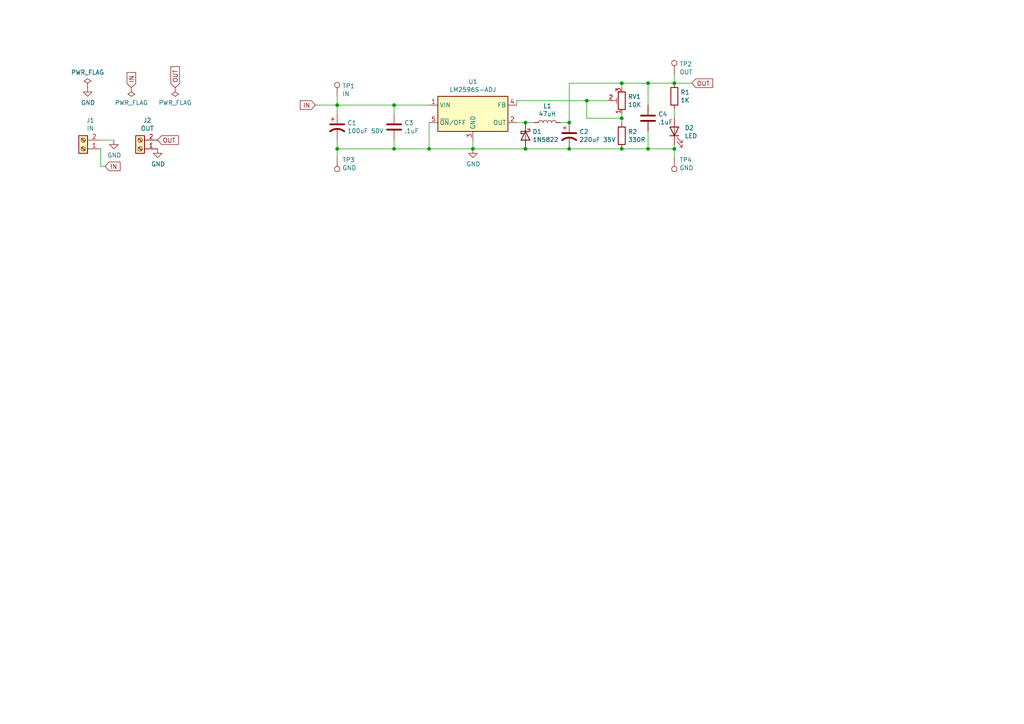
<source format=kicad_sch>
(kicad_sch (version 20211123) (generator eeschema)
  (paper "A4")
  (lib_symbols
    (symbol "Connector:Screw_Terminal_01x02" (pin_names (offset 1.016) hide)
      (property "Reference" "J" (at 0 2.54 0))
      (property "Value" "Screw_Terminal_01x02" (at 0 -5.08 0))
      (symbol "Screw_Terminal_01x02_1_1"
        (rectangle (start -1.27 1.27) (end 1.27 -3.81) (stroke (width 0.254)) (fill (type background)))
        (circle (center 0 -2.54) (radius 0.635) (stroke (width 0.1524)))
        (polyline (pts (xy -0.5334 -2.2098) (xy 0.3302 -3.048)) (stroke (width 0.1524)))
        (polyline (pts (xy -0.5334 0.3302) (xy 0.3302 -0.508)) (stroke (width 0.1524)))
        (polyline (pts (xy -0.3556 -2.032) (xy 0.508 -2.8702)) (stroke (width 0.1524)))
        (polyline (pts (xy -0.3556 0.508) (xy 0.508 -0.3302)) (stroke (width 0.1524)))
        (circle (center 0 0) (radius 0.635) (stroke (width 0.1524)))
        (pin passive line (at -5.08 0 0) (length 3.81) (name "Pin_1") (number "1"))
        (pin passive line (at -5.08 -2.54 0) (length 3.81) (name "Pin_2") (number "2"))
      )
    )
    (symbol "Connector:TestPoint" (pin_numbers hide) (pin_names (offset 0.762) hide)
      (property "Reference" "TP" (at 0 6.858 0))
      (property "Value" "TestPoint" (at 0 5.08 0))
      (symbol "TestPoint_0_1"
        (circle (center 0 3.302) (radius 0.762))
      )
      (symbol "TestPoint_1_1"
        (pin passive line (at 0 0 90) (length 2.54) (name "1") (number "1"))
      )
    )
    (symbol "Device:C" (pin_numbers hide) (pin_names (offset 0.254))
      (property "Reference" "C" (at 0.635 2.54 0))
      (property "Value" "C" (at 0.635 -2.54 0))
      (symbol "C_0_1"
        (polyline (pts (xy -2.032 -0.762) (xy 2.032 -0.762)) (stroke (width 0.508)))
        (polyline (pts (xy -2.032 0.762) (xy 2.032 0.762)) (stroke (width 0.508)))
      )
      (symbol "C_1_1"
        (pin passive line (at 0 3.81 270) (length 2.794) (name "~") (number "1"))
        (pin passive line (at 0 -3.81 90) (length 2.794) (name "~") (number "2"))
      )
    )
    (symbol "Device:CP1" (pin_numbers hide) (pin_names (offset 0.254) hide)
      (property "Reference" "C" (at 0.635 2.54 0))
      (property "Value" "Device_CP1" (at 0.635 -2.54 0))
      (symbol "CP1_0_1"
        (polyline (pts (xy -2.032 0.762) (xy 2.032 0.762)) (stroke (width 0.508)))
        (polyline (pts (xy -1.778 2.286) (xy -0.762 2.286)))
        (polyline (pts (xy -1.27 1.778) (xy -1.27 2.794)))
        (arc (start 2.032 -1.27) (mid 0 -0.5572) (end -2.032 -1.27) (stroke (width 0.508)))
      )
      (symbol "CP1_1_1"
        (pin passive line (at 0 3.81 270) (length 2.794) (name "~") (number "1"))
        (pin passive line (at 0 -3.81 90) (length 3.302) (name "~") (number "2"))
      )
    )
    (symbol "Device:D_Schottky" (pin_numbers hide) (pin_names (offset 1.016) hide)
      (property "Reference" "D" (at 0 2.54 0))
      (property "Value" "D_Schottky" (at 0 -2.54 0))
      (symbol "D_Schottky_0_1"
        (polyline (pts (xy 1.27 0) (xy -1.27 0)))
        (polyline (pts (xy 1.27 1.27) (xy 1.27 -1.27) (xy -1.27 0) (xy 1.27 1.27)) (stroke (width 0.254)))
        (polyline (pts (xy -1.905 0.635) (xy -1.905 1.27) (xy -1.27 1.27) (xy -1.27 -1.27) (xy -0.635 -1.27) (xy -0.635 -0.635)) (stroke (width 0.254)))
      )
      (symbol "D_Schottky_1_1"
        (pin passive line (at -3.81 0 0) (length 2.54) (name "K") (number "1"))
        (pin passive line (at 3.81 0 180) (length 2.54) (name "A") (number "2"))
      )
    )
    (symbol "Device:L" (pin_numbers hide) (pin_names (offset 1.016) hide)
      (property "Reference" "L" (at -1.27 0 90))
      (property "Value" "L" (at 1.905 0 90))
      (symbol "L_0_1"
        (arc (start 0 -2.54) (mid 0.635 -1.905) (end 0 -1.27))
        (arc (start 0 -1.27) (mid 0.635 -0.635) (end 0 0))
        (arc (start 0 0) (mid 0.635 0.635) (end 0 1.27))
        (arc (start 0 1.27) (mid 0.635 1.905) (end 0 2.54))
      )
      (symbol "L_1_1"
        (pin passive line (at 0 3.81 270) (length 1.27) (name "1") (number "1"))
        (pin passive line (at 0 -3.81 90) (length 1.27) (name "2") (number "2"))
      )
    )
    (symbol "Device:LED" (pin_numbers hide) (pin_names (offset 1.016) hide)
      (property "Reference" "D" (at 0 2.54 0))
      (property "Value" "LED" (at 0 -2.54 0))
      (symbol "LED_0_1"
        (polyline (pts (xy -1.27 -1.27) (xy -1.27 1.27)) (stroke (width 0.254)))
        (polyline (pts (xy -1.27 0) (xy 1.27 0)))
        (polyline (pts (xy 1.27 -1.27) (xy 1.27 1.27) (xy -1.27 0) (xy 1.27 -1.27)) (stroke (width 0.254)))
        (polyline (pts (xy -3.048 -0.762) (xy -4.572 -2.286) (xy -3.81 -2.286) (xy -4.572 -2.286) (xy -4.572 -1.524)))
        (polyline (pts (xy -1.778 -0.762) (xy -3.302 -2.286) (xy -2.54 -2.286) (xy -3.302 -2.286) (xy -3.302 -1.524)))
      )
      (symbol "LED_1_1"
        (pin passive line (at -3.81 0 0) (length 2.54) (name "K") (number "1"))
        (pin passive line (at 3.81 0 180) (length 2.54) (name "A") (number "2"))
      )
    )
    (symbol "Device:R" (pin_numbers hide) (pin_names (offset 0))
      (property "Reference" "R" (at 2.032 0 90))
      (property "Value" "R" (at 0 0 90))
      (symbol "R_0_1"
        (rectangle (start -1.016 -2.54) (end 1.016 2.54) (stroke (width 0.254)))
      )
      (symbol "R_1_1"
        (pin passive line (at 0 3.81 270) (length 1.27) (name "~") (number "1"))
        (pin passive line (at 0 -3.81 90) (length 1.27) (name "~") (number "2"))
      )
    )
    (symbol "Device:R_POT_TRIM" (pin_names (offset 1.016) hide)
      (property "Reference" "RV" (at -4.445 0 90))
      (property "Value" "Device_R_POT_TRIM" (at -2.54 0 90))
      (symbol "R_POT_TRIM_0_1"
        (polyline (pts (xy 1.524 0.762) (xy 1.524 -0.762)))
        (polyline (pts (xy 2.54 0) (xy 1.524 0)))
        (rectangle (start 1.016 2.54) (end -1.016 -2.54) (stroke (width 0.254)))
      )
      (symbol "R_POT_TRIM_1_1"
        (pin passive line (at 0 3.81 270) (length 1.27) (name "1") (number "1"))
        (pin passive line (at 3.81 0 180) (length 1.27) (name "2") (number "2"))
        (pin passive line (at 0 -3.81 90) (length 1.27) (name "3") (number "3"))
      )
    )
    (symbol "Regulator_Switching:LM2596S-ADJ"
      (property "Reference" "U" (at -10.16 6.35 0))
      (property "Value" "LM2596S-ADJ" (at 0 6.35 0))
      (symbol "LM2596S-ADJ_0_1"
        (rectangle (start -10.16 5.08) (end 10.16 -5.08) (stroke (width 0.254)) (fill (type background)))
      )
      (symbol "LM2596S-ADJ_1_1"
        (pin power_in line (at -12.7 2.54 0) (length 2.54) (name "VIN") (number "1"))
        (pin output line (at 12.7 -2.54 180) (length 2.54) (name "OUT") (number "2"))
        (pin power_in line (at 0 -7.62 90) (length 2.54) (name "GND") (number "3"))
        (pin input line (at 12.7 2.54 180) (length 2.54) (name "FB") (number "4"))
        (pin input line (at -12.7 -2.54 0) (length 2.54) (name "~{ON}/OFF") (number "5"))
      )
    )
    (symbol "power:GND" (power) (pin_names (offset 0))
      (property "Value" "GND" (at 0 -3.81 0))
      (symbol "GND_0_1"
        (polyline (pts (xy 0 0) (xy 0 -1.27) (xy 1.27 -1.27) (xy 0 -2.54) (xy -1.27 -1.27) (xy 0 -1.27)))
      )
      (symbol "GND_1_1"
        (pin power_in line (at 0 0 270) (length 0) hide (name "GND") (number "1"))
      )
    )
    (symbol "power:PWR_FLAG" (power) (pin_numbers hide) (pin_names (offset 0) hide)
      (property "Value" "PWR_FLAG" (at 0 3.81 0))
      (symbol "PWR_FLAG_0_0"
        (pin power_out line (at 0 0 90) (length 0) (name "pwr") (number "1"))
      )
      (symbol "PWR_FLAG_0_1"
        (polyline (pts (xy 0 0) (xy 0 1.27) (xy -1.016 1.905) (xy 0 2.54) (xy 1.016 1.905) (xy 0 1.27)))
      )
    )
  )
  (junction (at 114.3 30.48))
  (junction (at 187.96 43.18))
  (junction (at 97.79 43.18))
  (junction (at 180.34 24.13))
  (junction (at 137.16 43.18))
  (junction (at 97.79 30.48))
  (junction (at 165.1 35.56))
  (junction (at 124.46 43.18))
  (junction (at 152.4 43.18))
  (junction (at 165.1 43.18))
  (junction (at 170.18 29.21))
  (junction (at 180.34 43.18))
  (junction (at 195.58 24.13))
  (junction (at 187.96 24.13))
  (junction (at 195.58 43.18))
  (junction (at 152.4 35.56))
  (junction (at 114.3 43.18))
  (junction (at 180.34 34.29))
  (wire (pts (xy 165.1 24.13) (xy 165.1 35.56)))
  (wire (pts (xy 180.34 34.29) (xy 180.34 33.02)))
  (wire (pts (xy 170.18 34.29) (xy 180.34 34.29)))
  (wire (pts (xy 180.34 35.56) (xy 180.34 34.29)))
  (wire (pts (xy 170.18 29.21) (xy 176.53 29.21)))
  (wire (pts (xy 97.79 30.48) (xy 91.44 30.48)))
  (wire (pts (xy 152.4 35.56) (xy 154.94 35.56)))
  (wire (pts (xy 195.58 21.59) (xy 195.58 24.13)))
  (wire (pts (xy 187.96 24.13) (xy 180.34 24.13)))
  (wire (pts (xy 195.58 41.91) (xy 195.58 43.18)))
  (wire (pts (xy 149.86 35.56) (xy 152.4 35.56)))
  (wire (pts (xy 165.1 24.13) (xy 180.34 24.13)))
  (wire (pts (xy 195.58 24.13) (xy 187.96 24.13)))
  (wire (pts (xy 114.3 43.18) (xy 124.46 43.18)))
  (wire (pts (xy 165.1 35.56) (xy 162.56 35.56)))
  (wire (pts (xy 149.86 29.21) (xy 149.86 30.48)))
  (wire (pts (xy 97.79 43.18) (xy 97.79 40.64)))
  (wire (pts (xy 170.18 29.21) (xy 149.86 29.21)))
  (wire (pts (xy 152.4 43.18) (xy 165.1 43.18)))
  (wire (pts (xy 30.48 48.26) (xy 29.21 48.26)))
  (wire (pts (xy 124.46 30.48) (xy 114.3 30.48)))
  (wire (pts (xy 114.3 33.02) (xy 114.3 30.48)))
  (wire (pts (xy 124.46 43.18) (xy 137.16 43.18)))
  (wire (pts (xy 97.79 33.02) (xy 97.79 30.48)))
  (wire (pts (xy 29.21 48.26) (xy 29.21 43.18)))
  (wire (pts (xy 195.58 34.29) (xy 195.58 31.75)))
  (wire (pts (xy 33.02 40.64) (xy 29.21 40.64)))
  (wire (pts (xy 200.66 24.13) (xy 195.58 24.13)))
  (wire (pts (xy 114.3 30.48) (xy 97.79 30.48)))
  (wire (pts (xy 187.96 24.13) (xy 187.96 30.48)))
  (wire (pts (xy 180.34 43.18) (xy 165.1 43.18)))
  (wire (pts (xy 195.58 43.18) (xy 187.96 43.18)))
  (wire (pts (xy 97.79 45.72) (xy 97.79 43.18)))
  (wire (pts (xy 180.34 24.13) (xy 180.34 25.4)))
  (wire (pts (xy 152.4 43.18) (xy 137.16 43.18)))
  (wire (pts (xy 97.79 27.94) (xy 97.79 30.48)))
  (wire (pts (xy 114.3 43.18) (xy 97.79 43.18)))
  (wire (pts (xy 195.58 45.72) (xy 195.58 43.18)))
  (wire (pts (xy 137.16 40.64) (xy 137.16 43.18)))
  (wire (pts (xy 114.3 40.64) (xy 114.3 43.18)))
  (wire (pts (xy 170.18 29.21) (xy 170.18 34.29)))
  (wire (pts (xy 124.46 35.56) (xy 124.46 43.18)))
  (wire (pts (xy 187.96 38.1) (xy 187.96 43.18)))
  (wire (pts (xy 187.96 43.18) (xy 180.34 43.18)))
  (global_label "OUT" (shape input) (at 45.72 40.64 0) (property "Intersheet References" "${INTERSHEET_REFS}" (effects hide)))
  (global_label "OUT" (shape input) (at 200.66 24.13 0) (property "Intersheet References" "${INTERSHEET_REFS}" (effects hide)))
  (global_label "IN" (shape input) (at 91.44 30.48 180) (property "Intersheet References" "${INTERSHEET_REFS}" (effects hide)))
  (global_label "IN" (shape input) (at 30.48 48.26 0) (property "Intersheet References" "${INTERSHEET_REFS}" (effects hide)))
  (global_label "OUT" (shape input) (at 50.8 25.4 90) (property "Intersheet References" "${INTERSHEET_REFS}" (effects hide)))
  (global_label "IN" (shape input) (at 38.1 25.4 90) (property "Intersheet References" "${INTERSHEET_REFS}" (effects hide)))
  (symbol (lib_id "Regulator_Switching:LM2596S-ADJ") (at 137.16 33.02 0) (unit 1)
    (property "Reference" "U1" (at 137.16 23.6982 0))
    (property "Value" "LM2596S-ADJ" (at 137.16 26.0096 0))
    (property "Footprint" "Package_TO_SOT_THT:TO-220-5_Horizontal_TabDown" (effects hide))
    (property "Datasheet" "http://www.ti.com/lit/ds/symlink/lm2596.pdf" (effects hide))
  )
  (symbol (lib_id "Device:CP1") (at 97.79 36.83 0) (unit 1)
    (property "Reference" "C1" (at 100.711 35.6616 0) (effects (justify left)))
    (property "Value" "100uF 50V" (at 100.711 37.973 0) (effects (justify left)))
    (property "Footprint" "Capacitor_THT:CP_Radial_D8.0mm_P3.50mm" (effects hide))
  )
  (symbol (lib_id "Device:C") (at 114.3 36.83 0) (unit 1)
    (property "Reference" "C3" (at 117.221 35.6616 0) (effects (justify left)))
    (property "Value" ".1uF" (at 117.221 37.973 0) (effects (justify left)))
    (property "Footprint" "Capacitor_THT:C_Rect_L7.0mm_W2.5mm_P5.00mm" (effects hide))
  )
  (symbol (lib_id "Device:D_Schottky") (at 152.4 39.37 270) (unit 1)
    (property "Reference" "D1" (at 154.432 38.2016 90) (effects (justify left)))
    (property "Value" "1N5822" (at 154.432 40.513 90) (effects (justify left)))
    (property "Footprint" "Diode_THT:D_DO-201AD_P15.24mm_Horizontal" (effects hide))
  )
  (symbol (lib_id "Device:L") (at 158.75 35.56 90) (unit 1)
    (property "Reference" "L1" (at 158.75 30.734 90))
    (property "Value" "47uH" (at 158.75 33.0454 90))
    (property "Footprint" "Inductor_THT:L_Toroid_Vertical_L21.6mm_W9.1mm_P8.40mm_Bourns_5700" (effects hide))
  )
  (symbol (lib_id "Device:R") (at 180.34 39.37 180) (unit 1)
    (property "Reference" "R2" (at 182.118 38.2016 0) (effects (justify right)))
    (property "Value" "330R" (at 182.118 40.513 0) (effects (justify right)))
    (property "Footprint" "Resistor_THT:R_Axial_DIN0207_L6.3mm_D2.5mm_P7.62mm_Horizontal" (effects hide))
  )
  (symbol (lib_id "Device:R") (at 195.58 27.94 0) (unit 1)
    (property "Reference" "R1" (at 197.358 26.7716 0) (effects (justify left)))
    (property "Value" "1K" (at 197.358 29.083 0) (effects (justify left)))
    (property "Footprint" "Resistor_THT:R_Axial_DIN0207_L6.3mm_D2.5mm_P7.62mm_Horizontal" (effects hide))
  )
  (symbol (lib_id "Device:C") (at 187.96 34.29 0) (unit 1)
    (property "Reference" "C4" (at 190.881 33.1216 0) (effects (justify left)))
    (property "Value" ".1uF" (at 190.881 35.433 0) (effects (justify left)))
    (property "Footprint" "Capacitor_THT:C_Rect_L7.0mm_W2.5mm_P5.00mm" (effects hide))
  )
  (symbol (lib_id "Device:CP1") (at 165.1 39.37 0) (unit 1)
    (property "Reference" "C2" (at 168.021 38.2016 0) (effects (justify left)))
    (property "Value" "220uF 35V" (at 168.021 40.513 0) (effects (justify left)))
    (property "Footprint" "Capacitor_THT:CP_Radial_D8.0mm_P3.50mm" (effects hide))
  )
  (symbol (lib_id "Device:LED") (at 195.58 38.1 90) (unit 1)
    (property "Reference" "D2" (at 198.5772 37.1094 90) (effects (justify right)))
    (property "Value" "LED" (at 198.5772 39.4208 90) (effects (justify right)))
    (property "Footprint" "LED_THT:LED_D5.0mm" (effects hide))
  )
  (symbol (lib_id "power:GND") (at 137.16 43.18 0) (unit 1)
    (property "Reference" "#PWR0101" (effects hide))
    (property "Value" "GND" (at 137.287 47.5742 0))
  )
  (symbol (lib_id "Device:R_POT_TRIM") (at 180.34 29.21 180) (unit 1)
    (property "Reference" "RV1" (at 182.118 28.0416 0) (effects (justify right)))
    (property "Value" "10K" (at 182.118 30.353 0) (effects (justify right)))
    (property "Footprint" "Potentiometer_THT:Potentiometer_Bourns_3296W_Vertical" (effects hide))
  )
  (symbol (lib_id "power:PWR_FLAG") (at 38.1 25.4 180) (unit 1)
    (property "Reference" "#FLG0102" (effects hide))
    (property "Value" "PWR_FLAG" (at 38.1 29.7942 0))
  )
  (symbol (lib_id "power:PWR_FLAG") (at 50.8 25.4 180) (unit 1)
    (property "Reference" "#FLG0103" (effects hide))
    (property "Value" "PWR_FLAG" (at 50.8 29.7942 0))
  )
  (symbol (lib_id "power:GND") (at 25.4 25.4 0) (unit 1)
    (property "Reference" "#PWR0102" (effects hide))
    (property "Value" "GND" (at 25.527 29.7942 0))
  )
  (symbol (lib_id "power:PWR_FLAG") (at 25.4 25.4 0) (unit 1)
    (property "Reference" "#FLG0101" (effects hide))
    (property "Value" "PWR_FLAG" (at 25.4 21.0058 0))
  )
  (symbol (lib_id "Connector:Screw_Terminal_01x02") (at 24.13 43.18 180) (unit 1)
    (property "Reference" "J1" (at 26.2128 34.925 0))
    (property "Value" "IN" (at 26.2128 37.2364 0))
    (property "Footprint" "TerminalBlock:TerminalBlock_bornier-2_P5.08mm" (effects hide))
  )
  (symbol (lib_id "Connector:Screw_Terminal_01x02") (at 40.64 43.18 180) (unit 1)
    (property "Reference" "J2" (at 42.7228 34.925 0))
    (property "Value" "OUT" (at 42.7228 37.2364 0))
    (property "Footprint" "TerminalBlock:TerminalBlock_bornier-2_P5.08mm" (effects hide))
  )
  (symbol (lib_id "power:GND") (at 45.72 43.18 0) (unit 1)
    (property "Reference" "#PWR0103" (effects hide))
    (property "Value" "GND" (at 45.847 47.5742 0))
  )
  (symbol (lib_id "power:GND") (at 33.02 40.64 0) (unit 1)
    (property "Reference" "#PWR0104" (effects hide))
    (property "Value" "GND" (at 33.147 45.0342 0))
  )
  (symbol (lib_id "Connector:TestPoint") (at 97.79 27.94 0) (unit 1)
    (property "Reference" "TP1" (at 99.2632 24.9428 0) (effects (justify left)))
    (property "Value" "IN" (at 99.2632 27.2542 0) (effects (justify left)))
    (property "Footprint" "TestPoint:TestPoint_THTPad_4.0x4.0mm_Drill2.0mm" (effects hide))
  )
  (symbol (lib_id "Connector:TestPoint") (at 97.79 45.72 180) (unit 1)
    (property "Reference" "TP3" (at 99.2632 46.3804 0) (effects (justify right)))
    (property "Value" "GND" (at 99.2632 48.6918 0) (effects (justify right)))
    (property "Footprint" "TestPoint:TestPoint_THTPad_4.0x4.0mm_Drill2.0mm" (effects hide))
  )
  (symbol (lib_id "Connector:TestPoint") (at 195.58 45.72 180) (unit 1)
    (property "Reference" "TP4" (at 197.0532 46.3804 0) (effects (justify right)))
    (property "Value" "GND" (at 197.0532 48.6918 0) (effects (justify right)))
    (property "Footprint" "TestPoint:TestPoint_THTPad_4.0x4.0mm_Drill2.0mm" (effects hide))
  )
  (symbol (lib_id "Connector:TestPoint") (at 195.58 21.59 0) (unit 1)
    (property "Reference" "TP2" (at 197.0532 18.5928 0) (effects (justify left)))
    (property "Value" "OUT" (at 197.0532 20.9042 0) (effects (justify left)))
    (property "Footprint" "TestPoint:TestPoint_THTPad_4.0x4.0mm_Drill2.0mm" (effects hide))
  )
)
</source>
